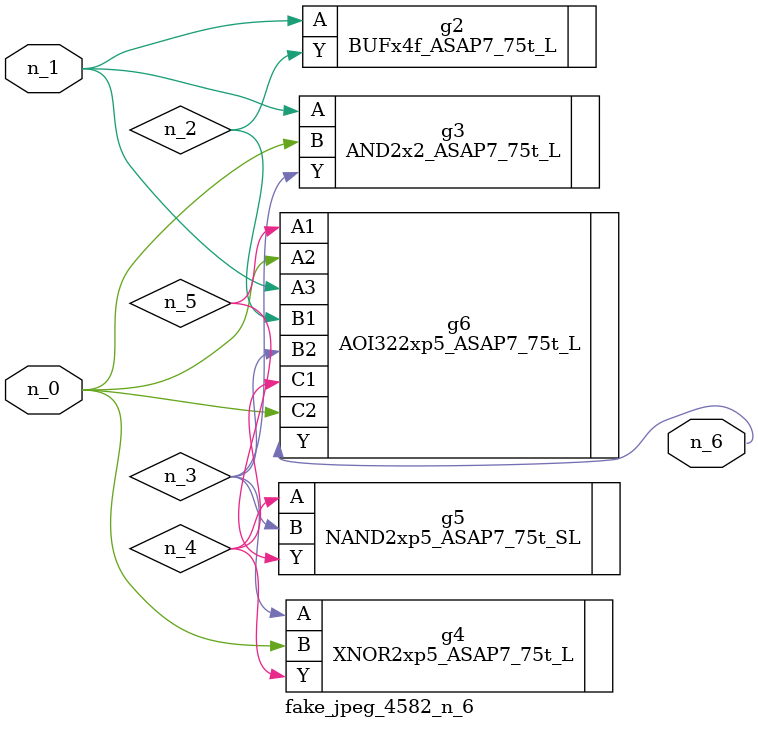
<source format=v>
module fake_jpeg_4582_n_6 (n_0, n_1, n_6);

input n_0;
input n_1;

output n_6;

wire n_3;
wire n_2;
wire n_4;
wire n_5;

BUFx4f_ASAP7_75t_L g2 ( 
.A(n_1),
.Y(n_2)
);

AND2x2_ASAP7_75t_L g3 ( 
.A(n_1),
.B(n_0),
.Y(n_3)
);

XNOR2xp5_ASAP7_75t_L g4 ( 
.A(n_3),
.B(n_0),
.Y(n_4)
);

NAND2xp5_ASAP7_75t_SL g5 ( 
.A(n_4),
.B(n_3),
.Y(n_5)
);

AOI322xp5_ASAP7_75t_L g6 ( 
.A1(n_5),
.A2(n_0),
.A3(n_1),
.B1(n_2),
.B2(n_3),
.C1(n_4),
.C2(n_0),
.Y(n_6)
);


endmodule
</source>
